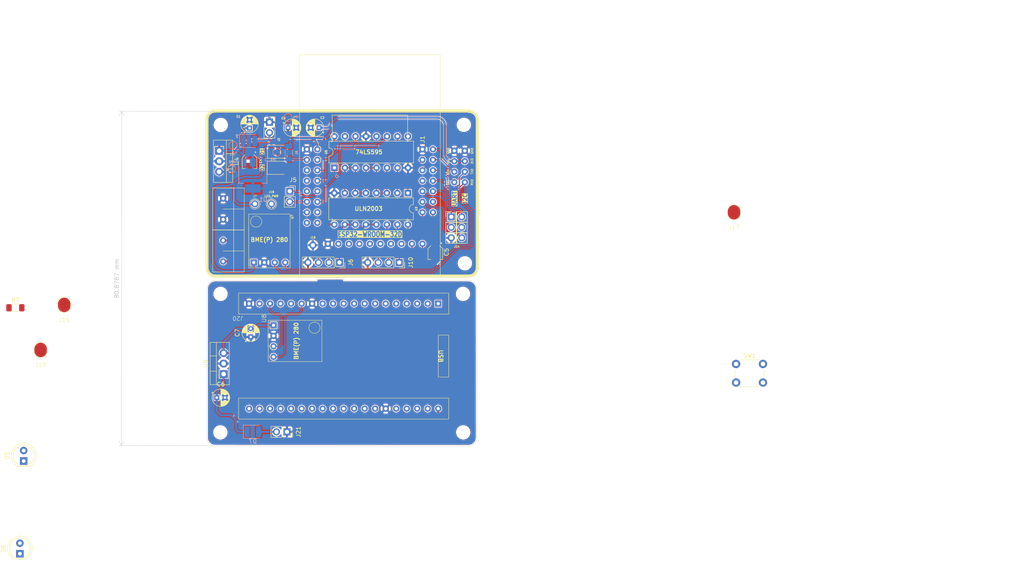
<source format=kicad_pcb>
(kicad_pcb (version 20240108) (generator "pcbnew") (generator_version "8.0")
  (layers (0 "F.Cu" signal) (31 "B.Cu" signal) (34 "B.Paste" user) (35 "F.Paste" user) (36 "B.SilkS" user "B.Silkscreen") (37 "F.SilkS" user "F.Silkscreen") (38 "B.Mask" user) (39 "F.Mask" user) (44 "Edge.Cuts" user))
  (net 0 "")
  (net 1 "GND")
  (net 2 "+3V3")
  (net 3 "+5V")
  (net 4 "/RXD")
  (net 5 "/TXD")
  (net 6 "/SDA")
  (net 7 "/OUT2")
  (net 8 "/SCL")
  (net 9 "/OUT1")
  (net 10 "/EN")
  (net 11 "/SOURCE2")
  (net 12 "/SOURCE1")
  (net 13 "/SOURCE3")
  (net 14 "/VDC")
  (net 15 "/DAC1")
  (net 16 "/DAC2")
  (net 17 "/GPIO13")
  (net 18 "/GPIO19")
  (net 19 "/GPIO17")
  (net 20 "/GPIO5")
  (net 21 "/GPIO18")
  (net 22 "/GPIO36")
  (net 23 "/ADC2_CH3")
  (net 24 "/SD_DATA1")
  (net 25 "/SD_DATA2")
  (net 26 "/SD_CLK")
  (net 27 "/SD_CMD")
  (net 28 "/SD_DATA3")
  (net 29 "/ADC2_CH0")
  (net 30 "/GPIO23")
  (net 31 "/SD_DATA0")
  (net 32 "/ADC2_CH2")
  (net 33 "/BOOT")
  (net 34 "/GPIO39")
  (net 35 "/SOURCE4")
  (net 36 "/SOURCE5")
  (net 37 "/SIPO_DATA")
  (net 38 "/SIPO_CLK")
  (net 40 "/SIPO_LATCH")
  (net 41 "/GPIO14")
  (net 43 "/I3")
  (net 44 "/I6")
  (net 45 "/I7")
  (net 46 "/I5")
  (net 47 "/OUT3")
  (net 48 "/VIN")
  (net 49 "/I1")
  (net 52 "Net-(D5-Pad1)")
  (net 53 "Net-(J15-Pin_1)")
  (net 54 "Net-(J19-Pin_1)")
  (net 55 "/GPIO_33")
  (net 88 "/SCL-2")
  (net 89 "/SDA-2")
  (footprint "Capacitor_THT:CP_Radial_D4.0mm_P2.00mm" (layer "F.Cu") (at 107 44.2 180)
    (property "Reference" "C2")
    (property "Value" "1uF")
  )
  (footprint "LED_SMD:LED_1210_3225Metric_Pad1.42x2.65mm_HandSolder" (layer "F.Cu") (at 96.9525 53.9)
    (property "Reference" "D2")
    (property "Value" "STATUS")
  )
  (footprint "Capacitor_SMD:CP_Elec_3x5.3" (layer "F.Cu") (at 90.2 52.3 -90)
    (property "Reference" "C4")
    (property "Value" "0.1uF")
  )
  (footprint "Resistor_SMD:R_1206_3216Metric_Pad1.30x1.75mm_HandSolder" (layer "F.Cu") (at 33.612 87.7585)
    (property "Reference" "R7")
    (property "Value" "4K7")
  )
  (footprint "LED_THT:LED_D5.0mm" (layer "F.Cu") (at 34.7 147.25 90)
    (property "Reference" "D6")
    (property "Value" "LED_STATUS")
  )
  (footprint "Button_Switch_THT:SW_PUSH_6mm" (layer "F.Cu") (at 207.8 101.35)
    (property "Reference" "SW1")
    (property "Value" "SW_Push")
  )
  (footprint "Alexander Footprint Library:Pad_1x01_P2.54_SMD" (layer "F.Cu") (at 39.712 102.098)
    (property "Reference" "J19")
    (property "Value" "LED_PWR")
  )
  (footprint "Alexander Footprints Library:ESP32-WROOM-Adapter-Socket-2" (layer "F.Cu") (at 119.3 57.04)
    (property "Reference" "J1")
    (property "Value" "~")
  )
  (footprint "Alexander Footprint Library:Pad_1x01_P2.54_SMD" (layer "F.Cu") (at 45.412 91.198)
    (property "Reference" "J15")
    (property "Value" "LED_PWR")
  )
  (footprint "MountingHole:MountingHole_3mm" (layer "F.Cu") (at 142 43.5)
    (property "Reference" "H1" (hide yes))
    (property "Value" "MountingHole_Pad")
  )
  (footprint "Connector_PinSocket_2.54mm:PinSocket_1x02_P2.54mm_Vertical" (layer "F.Cu") (at 99.25 117.775 -90)
    (property "Reference" "J21")
    (property "Value" "PWR")
  )
  (footprint "MountingHole:MountingHole_3mm" (layer "F.Cu") (at 83.25 43.53)
    (property "Reference" "H2" (hide yes))
    (property "Value" "MountingHole_Pad")
  )
  (footprint "Package_DIP:DIP-16_W7.62mm" (layer "F.Cu") (at 128.475 60 -90)
    (property "Reference" "U3")
    (property "Value" "ULN2003")
  )
  (footprint "Alexander Footprint Library:Conn_ESP32_WROOM-DevKit-38pins" (layer "F.Cu") (at 87.55 86.75 -90)
    (property "Reference" "J20")
    (property "Value" "~")
  )
  (footprint "Alexander Footprints Library:Conn_Terminal_5mm" (layer "F.Cu") (at 83.82 53.69)
    (property "Reference" "J9" (hide yes))
    (property "Value" "Conn_01x02_Socket")
  )
  (footprint "Alexander Footprint Library:Pad_1x01_P2.54_SMD" (layer "F.Cu") (at 207.3 68.7895)
    (property "Reference" "J17")
    (property "Value" "GND")
  )
  (footprint "MountingHole:MountingHole_3mm" (layer "F.Cu") (at 141.85 117.9)
    (property "Reference" "H4" (hide yes))
    (property "Value" "MountingHole_Pad")
  )
  (footprint "Capacitor_THT:CP_Radial_D4.0mm_P2.00mm" (layer "F.Cu") (at 90.5 94.81 90)
    (property "Reference" "C7")
    (property "Value" "1uF")
  )
  (footprint "Package_DIP:DIP-16_W7.62mm" (layer "F.Cu") (at 110.725 53.9 90)
    (property "Reference" "U5")
    (property "Value" "74LS595")
  )
  (footprint "Alexander Footprint Library:PinSocket_1x01_P2.54" (layer "F.Cu") (at 91.5 65.19)
    (property "Reference" "J7")
    (property "Value" "LED_PWR")
  )
  (footprint "Connector_PinSocket_2.54mm:PinSocket_1x02_P2.54mm_Vertical" (layer "F.Cu") (at 95.025 42.85)
    (property "Reference" "J2")
    (property "Value" "PWR")
  )
  (footprint "Connector_PinSocket_2.54mm:PinSocket_1x04_P2.54mm_Vertical" (layer "F.Cu") (at 111.94 76.8 -90)
    (property "Reference" "J6")
    (property "Value" "SOURCE")
  )
  (footprint "MountingHole:MountingHole_3mm" (layer "F.Cu") (at 83.15 117.9)
    (property "Reference" "H4" (hide yes))
    (property "Value" "MountingHole_Pad")
  )
  (footprint "Connector_PinSocket_2.54mm:PinSocket_1x04_P2.54mm_Vertical" (layer "F.Cu") (at 126.38 76.8 -90)
    (property "Reference" "J10")
    (property "Value" "ADC")
  )
  (footprint "Capacitor_SMD:CP_Elec_3x5.3" (layer "F.Cu") (at 135.1 74.3 -90)
    (property "Reference" "C5")
    (property "Value" "0.1uF")
  )
  (footprint "MountingHole:MountingHole_3mm" (layer "F.Cu") (at 141.8 84.4)
    (property "Reference" "H4" (hide yes))
    (property "Value" "MountingHole_Pad")
  )
  (footprint "Capacitor_THT:CP_Radial_D4.0mm_P2.00mm" (layer "F.Cu") (at 99.5 44.2)
    (property "Reference" "C3")
    (property "Value" "1uF")
  )
  (footprint "Alexander Footprint Library:LD1117" (layer "F.Cu") (at 83.945 103.79 90)
    (property "Reference" "U9")
    (property "Value" "L7805")
  )
  (footprint "Alexander Footprint Library:PinSocket_1x01_P2.54" (layer "F.Cu") (at 95.5 65.19)
    (property "Reference" "J18")
    (property "Value" "LED_PWR")
  )
  (footprint "Capacitor_THT:CP_Radial_D4.0mm_P2.00mm" (layer "F.Cu") (at 82.277401 109.5)
    (property "Reference" "C6")
    (property "Value" "1uF")
  )
  (footprint "MountingHole:MountingHole_3mm" (layer "F.Cu") (at 83.2 84.4)
    (property "Reference" "H4" (hide yes))
    (property "Value" "MountingHole_Pad")
  )
  (footprint "Connector_PinSocket_2.54mm:PinSocket_1x02_P2.54mm_Vertical" (layer "F.Cu") (at 99.925 59.55)
    (property "Reference" "J5")
    (property "Value" "DAC")
  )
  (footprint "Alexander Footprint Library:CONN_2x3" (layer "F.Cu") (at 138.96 60.68)
    (property "Reference" "J14")
    (property "Value" "GPIO")
  )
  (footprint "Alexander Footprints Library:Conn_UART" (layer "F.Cu") (at 139.7 42.15)
    (property "Reference" "J3" (hide yes))
    (property "Value" "UART")
  )
  (footprint "Alexander Footprint Library:PinSocket_1x01_P2.54" (layer "F.Cu") (at 105.5 75.19)
    (property "Reference" "J16")
    (property "Value" "GND")
  )
  (footprint "Capacitor_THT:CP_Radial_D4.0mm_P2.00mm" (layer "F.Cu") (at 90.2 44.3 90)
    (property "Reference" "C1")
    (property "Value" "1uF")
  )
  (footprint "Alexander Footprint Library:BME280_BMP280_I2C" (layer "F.Cu") (at 90 78.1 90)
    (property "Reference" "U7")
    (property "Value" "BME(P)280")
  )
  (footprint "Alexander Footprint Library:LD1117" (layer "F.Cu") (at 82.855 49.77 -90)
    (property "Reference" "U4")
    (property "Value" "L7805")
  )
  (footprint "Alexander Footprints Library:Conn_I2C" (layer "F.Cu") (at 142.24 42.15)
    (property "Reference" "J4" (hide yes))
    (property "Value" "I2C")
  )
  (footprint "LED_THT:LED_D5.0mm" (layer "F.Cu") (at 35.612 124.8335 90)
    (property "Reference" "D5")
    (property "Value" "LED_PWR")
  )
  (footprint "Alexander Footprint Library:BME280_BMP280_I2C" (layer "F.Cu") (at 94.7 90.78)
    (property "Reference" "U8")
    (property "Value" "BME(P)280")
  )
  (footprint "LED_SMD:LED_1210_3225Metric_Pad1.42x2.65mm_HandSolder" (layer "F.Cu") (at 97 50)
    (property "Reference" "D1")
    (property "Value" "PWR")
  )
  (footprint "MountingHole:MountingHole_3mm" (layer "F.Cu") (at 142.25 77)
    (property "Reference" "H4" (hide yes))
    (property "Value" "MountingHole_Pad")
  )
  (footprint "Alexander Footprints Library:Conn_Terminal_5mm" (layer "F.Cu") (at 83.82 63.85)
    (property "Reference" "J8" (hide yes))
    (property "Value" "Conn_01x02_Socket")
  )
  (footprint "TestPoint:TestPoint_Pad_D1.5mm" (layer "B.Cu") (at 99.5 41.75 180)
    (property "Reference" "TP4")
    (property "Value" "5V")
  )
  (footprint "TestPoint:TestPoint_Pad_D1.5mm" (layer "B.Cu") (at 96.8 50.15 180)
    (property "Reference" "TP3")
    (property "Value" "3V3")
  )
  (footprint "Diode_SMD:D_1210_3225Metric" (layer "B.Cu") (at 91 117.75)
    (property "Reference" "D7")
    (property "Value" "D")
  )
  (footprint "Resistor_SMD:R_1206_3216Metric_Pad1.30x1.75mm_HandSolder" (layer "B.Cu") (at 99.7 50.25 -90)
    (property "Reference" "R1")
    (property "Value" "10K")
  )
  (footprint "Diode_SMD:D_1210_3225Metric" (layer "B.Cu") (at 90.1 47.4)
    (property "Reference" "D4")
    (property "Value" "D")
  )
  (footprint "TestPoint:TestPoint_Pad_D1.5mm" (layer "B.Cu") (at 86.2 48.45 180)
    (property "Reference" "TP1")
    (property "Value" "VIN")
  )
  (footprint "TestPoint:TestPoint_Pad_D1.5mm" (layer "B.Cu") (at 85.9 54.15 180)
    (property "Reference" "TP2")
    (property "Value" "GND")
  )
  (footprint "Package_TO_SOT_SMD:SOT-223-3_TabPin2" (layer "B.Cu") (at 91 55.75 -90)
    (property "Reference" "U1")
    (property "Value" "MAX1726EUK33")
  )
  (gr_line (start 145.25 42.11421) (end 145.25 78.085782) (stroke (width 0.75)) (layer "F.SilkS"))
  (gr_line (start 81.914218 40.164218) (end 143.08579 40.164218) (stroke (width 0.75)) (layer "F.SilkS"))
  (gr_arc (start 145.25 78.085782) (mid 144.66422 79.500007) (end 143.25 80.085782) (stroke (width 0.75)) (layer "F.SilkS"))
  (gr_line (start 79.914218 42.11421) (end 79.914218 78.085782) (stroke (width 0.75)) (layer "F.SilkS"))
  (gr_arc (start 81.914218 80.085782) (mid 80.499999 79.500001) (end 79.914218 78.085782) (stroke (width 0.75)) (layer "F.SilkS"))
  (gr_arc (start 143.25 40.25) (mid 144.664214 40.835786) (end 145.25 42.25) (stroke (width 0.75)) (layer "F.SilkS"))
  (gr_arc (start 79.914218 42.164218) (mid 80.499999 40.749999) (end 81.914218 40.164218) (stroke (width 0.75)) (layer "F.SilkS"))
  (gr_line (start 81.914214 80.085782) (end 143.085786 80.085782) (stroke (width 0.75)) (layer "F.SilkS"))
  (gr_line (start 82.014214 80.235786) (end 106.4 80.25) (stroke (width 0.1)) (layer "Edge.Cuts"))
  (gr_line (start 80 42.25) (end 80.014214 78.235786) (stroke (width 0.1)) (layer "Edge.Cuts"))
  (gr_arc (start 79.921321 83.157107) (mid 80.507106 81.742896) (end 81.921321 81.157107) (stroke (width 0.1)) (layer "Edge.Cuts"))
  (gr_line (start 81.921321 121.128679) (end 143.107107 121.142893) (stroke (width 0.1)) (layer "Edge.Cuts"))
  (gr_arc (start 81.921321 121.128679) (mid 80.507101 120.542899) (end 79.921321 119.128679) (stroke (width 0.1)) (layer "Edge.Cuts"))
  (gr_line (start 143.092893 81.157107) (end 113 81.15) (stroke (width 0.1)) (layer "Edge.Cuts"))
  (gr_arc (start 145.107107 119.142893) (mid 144.521321 120.557107) (end 143.107107 121.142893) (stroke (width 0.1)) (layer "Edge.Cuts"))
  (gr_line (start 106.4 81.15) (end 81.921321 81.157107) (stroke (width 0.1)) (layer "Edge.Cuts"))
  (gr_arc (start 143.185786 40.264214) (mid 144.600004 40.849996) (end 145.185786 42.264214) (stroke (width 0.1)) (layer "Edge.Cuts"))
  (gr_line (start 113 80.25) (end 143.185786 80.235786) (stroke (width 0.1)) (layer "Edge.Cuts"))
  (gr_arc (start 82.014214 80.235786) (mid 80.599996 79.650004) (end 80.014214 78.235786) (stroke (width 0.1)) (layer "Edge.Cuts"))
  (gr_line (start 145.185786 42.264214) (end 145.185786 78.235786) (stroke (width 0.1)) (layer "Edge.Cuts"))
  (gr_arc (start 80 42.25) (mid 80.585786 40.835786) (end 82 40.25) (stroke (width 0.1)) (layer "Edge.Cuts"))
  (gr_line (start 145.107107 119.142893) (end 145.092893 83.157107) (stroke (width 0.1)) (layer "Edge.Cuts"))
  (gr_line (start 79.921321 119.128679) (end 79.921321 83.157107) (stroke (width 0.1)) (layer "Edge.Cuts"))
  (gr_line (start 106.4 81.15) (end 106.4 80.25) (stroke (width 0.1)) (layer "Edge.Cuts"))
  (gr_arc (start 145.185786 78.235786) (mid 144.600004 79.650004) (end 143.185786 80.235786) (stroke (width 0.1)) (layer "Edge.Cuts"))
  (gr_arc (start 143.092893 81.157107) (mid 144.507112 81.742888) (end 145.092893 83.157107) (stroke (width 0.1)) (layer "Edge.Cuts"))
  (gr_line (start 113 81.15) (end 113 80.25) (stroke (width 0.1)) (layer "Edge.Cuts"))
  (gr_line (start 143.185786 40.264214) (end 82 40.25) (stroke (width 0.1)) (layer "Edge.Cuts"))
  (gr_text "74LS595" (at 119.057143 50.1 0) (layer "F.SilkS") (effects (font (size 1 1) (thickness 0.2) (bold yes))))
  (gr_text "ULN2003" (at 115.5 64.374 0) (layer "F.SilkS") (effects (font (size 1 1) (thickness 0.2) (bold yes)) (justify left bottom)))
  (dimension (type aligned) (layer "Edge.Cuts") (pts (xy 81.921321 121.128679) (xy 82 40.25)) (height -22.6907) (gr_text "80.8787 mm" (at 58.119973 80.666146 89.94426182) (layer "Edge.Cuts") (effects (font (size 1 1) (thickness 0.15)))) (format (prefix "") (suffix "") (units 3) (units_format 1) (precision 4)) (style (thickness 0.1) (arrow_length 1.27) (text_position_mode 0) (extension_height 0.58642) (extension_offset 0.5) keep_text_aligned))
  (segment (start 84.21 66) (end 83.82 66.39) (width 0.5) (layer "F.Cu") (net 1))
  (segment (start 101.5 48.103553) (end 101.5 49.573223) (width 0.25) (layer "F.Cu") (net 2))
  (segment (start 105.575735 47.25) (end 102.353553 47.25) (width 0.25) (layer "F.Cu") (net 2))
  (segment (start 106.6 48.274264) (end 106.6 49.42) (width 0.25) (layer "F.Cu") (net 2))
  (segment (start 138.021593 51.871593) (end 137.93 51.78) (width 0.5) (layer "F.Cu") (net 2))
  (segment (start 108.946446 44.2) (end 107 44.2) (width 0.5) (layer "F.Cu") (net 2))
  (segment (start 109.8 43.346446) (end 109.8 43.15) (width 0.5) (layer "F.Cu") (net 2))
  (segment (start 137.4 50.500466) (end 137.4 43.627817) (width 0.5) (layer "F.Cu") (net 2))
  (segment (start 101.073223 50) (end 98.4875 50) (width 0.25) (layer "F.Cu") (net 2))
  (segment (start 139.08 52.31) (end 139.7 52.31) (width 0.5) (layer "F.Cu") (net 2))
  (segment (start 110.188908 42.211091) (end 110.225 42.175) (width 0.5) (layer "F.Cu") (net 2))
  (segment (start 135.522182 41.75) (end 111.25104 41.75) (width 0.5) (layer "F.Cu") (net 2))
  (arc (start 106.3 47.55) (mid 105.967704 47.327967) (end 105.575735 47.25) (width 0.25) (layer "F.Cu") (net 2))
  (arc (start 101.5 49.573223) (mid 101.467513 49.736543) (end 101.375 49.875) (width 0.25) (layer "F.Cu") (net 2))
  (arc (start 111.25104 41.75) (mid 110.695751 41.860453) (end 110.225 42.175) (width 0.5) (layer "F.Cu") (net 2))
  (arc (start 110.188908 42.211091) (mid 109.901073 42.641866) (end 109.8 43.15) (width 0.5) (layer "F.Cu") (net 2))
  (arc (start 138.021593 51.871593) (mid 138.507194 52.196061) (end 139.08 52.31) (width 0.5) (layer "F.Cu") (net 2))
  (arc (start 102.353553 47.25) (mid 102.026912 47.314972) (end 101.75 47.5) (width 0.25) (layer "F.Cu") (net 2))
  (arc (start 109.8 43.346446) (mid 109.735027 43.673087) (end 109.55 43.95) (width 0.5) (layer "F.Cu") (net 2))
  (arc (start 106.3 47.55) (mid 106.522032 47.882295) (end 106.6 48.274264) (width 0.25) (layer "F.Cu") (net 2))
  (arc (start 109.55 43.95) (mid 109.273087 44.135027) (end 108.946446 44.2) (width 0.5) (layer "F.Cu") (net 2))
  (arc (start 136.85 42.3) (mid 137.257059 42.909207) (end 137.4 43.627817) (width 0.5) (layer "F.Cu") (net 2))
  (arc (start 101.75 47.5) (mid 101.564972 47.776912) (end 101.5 48.103553) (width 0.25) (layer "F.Cu") (net 2))
  (arc (start 101.375 49.875) (mid 101.236543 49.967513) (end 101.073223 50) (width 0.25) (layer "F.Cu") (net 2))
  (arc (start 137.4 50.500466) (mid 137.537742 51.192944) (end 137.93 51.78) (width 0.5) (layer "F.Cu") (net 2))
  (arc (start 136.85 42.3) (mid 136.240792 41.89294) (end 135.522182 41.75) (width 0.5) (layer "F.Cu") (net 2))
  (segment (start 96.075 48.7) (end 97.525 48.7) (width 0.5) (layer "B.Cu") (net 2))
  (segment (start 109.408578 44.2) (end 107 44.2) (width 0.5) (layer "B.Cu") (net 2))
  (segment (start 81.3 75.997918) (end 81.3 59.75104) (width 0.5) (layer "B.Cu") (net 2))
  (segment (start 93.3 54.905025) (end 93.3 52.6) (width 0.5) (layer "B.Cu") (net 2))
  (segment (start 100 48.7) (end 100 48.03033) (width 0.5) (layer "B.Cu") (net 2))
  (segment (start 139.13 52.31) (end 139.7 52.31) (width 0.5) (layer "B.Cu") (net 2))
  (segment (start 138.156949 51.906949) (end 138.03 51.78) (width 0.5) (layer "B.Cu") (net 2))
  (segment (start 106.6 48.627817) (end 106.6 49.299791) (width 0.5) (layer "B.Cu") (net 2))
  (segment (start 84.202081 78.9) (end 89.990883 78.9) (width 0.5) (layer "B.Cu") (net 2))
  (segment (start 109.75 43.858578) (end 109.75 44.141421) (width 0.5) (layer "B.Cu") (net 2))
  (segment (start 104.722182 46.75) (end 106.277817 46.75) (width 0.5) (layer "B.Cu") (net 2))
  (segment (start 139.7 52.31) (end 142.24 52.31) (width 0.5) (layer "B.Cu") (net 2))
  (segment (start 137.5 50.500466) (end 137.5 43.883883) (width 0.5) (layer "B.Cu") (net 2))
  (segment (start 88.207106 62.75) (end 91.5 62.75) (width 0.5) (layer "B.Cu") (net 2))
  (segment (start 86.5 61.042893) (end 86.5 57.5) (width 0.5) (layer "B.Cu") (net 2))
  (segment (start 91.22 77.670883) (end 91.22 76.8) (width 0.5) (layer "B.Cu") (net 2))
  (segment (start 89.455634 56.1) (end 92.105025 56.1) (width 0.5) (layer "B.Cu") (net 2))
  (segment (start 96.075 48.7) (end 95.177817 48.7) (width 0.5) (layer "B.Cu") (net 2))
  (segment (start 104.722182 46.75) (end 101.28033 46.75) (width 0.5) (layer "B.Cu") (net 2))
  (segment (start 109.149999 46.149999) (end 109.201992 46.098007) (width 0.5) (layer "B.Cu") (net 2))
  (segment (start 96.8 49.425) (end 96.8 50.15) (width 0.25) (layer "B.Cu") (net 2))
  (segment (start 109.75 43.625) (end 109.75 43.858578) (width 0.5) (layer "B.Cu") (net 2))
  (segment (start 106.277817 46.75) (end 107.701471 46.75) (width 0.5) (layer "B.Cu") (net 2))
  (segment (start 110.015165 42.984834) (end 110.5 42.5) (width 0.5) (layer "B.Cu") (net 2))
  (segment (start 93.3 52.6) (end 93.3 50.577817) (width 0.5) (layer "B.Cu") (net 2))
  (segment (start 82.75104 58.3) (end 84.144365 58.3) (width 0.5) (layer "B.Cu") (net 2))
  (segment (start 106.685 49.335) (end 106.77 49.25) (width 0.5) (layer "B.Cu") (net 2))
  (segment (start 109.75 44.775) (end 109.75 44.141421) (width 0.5) (layer "B.Cu") (net 2))
  (segment (start 112.31066 41.75) (end 135.366116 41.75) (width 0.5) (layer "B.Cu") (net 2))
  (segment (start 100 48.7) (end 97.525 48.7) (width 0.5) (layer "B.Cu") (net 2))
  (arc (start 136.875 42.375) (mid 137.337567 43.067281) (end 137.5 43.883883) (width 0.5) (layer "B.Cu") (net 2))
  (arc (start 137.5 50.500466) (mid 137.637742 51.192944) (end 138.03 51.78) (width 0.5) (layer "B.Cu") (net 2))
  (arc (start 93.3 54.905025) (mid 93.209037 55.362322) (end 92.95 55.75) (width 0.5) (layer "B.Cu") (net 2))
  (arc (start 86.8 57.2) (mid 85.581584 58.014119) (end 84.144365 58.3) (width 0.5) (layer "B.Cu") (net 2))
  (arc (start 106.6 49.299791) (mid 106.630737 49.345793) (end 106.685 49.335) (width 0.5) (layer "B.Cu") (net 2))
  (arc (start 89.455634 56.1) (mid 88.018415 56.38588) (end 86.8 57.2) (width 0.5) (layer "B.Cu") (net 2))
  (arc (start 86.5 61.042893) (mid 86.629945 61.696174) (end 87 62.25) (width 0.5) (layer "B.Cu") (net 2))
  (arc (start 82.75104 58.3) (mid 82.195751 58.410453) (end 81.725 58.725) (width 0.5) (layer "B.Cu") (net 2))
  (arc (start 92.95 55.75) (mid 92.562322 56.009037) (end 92.105025 56.1) (width 0.5) (layer "B.Cu") (net 2))
  (arc (start 95.177817 48.7) (mid 94.459207 48.84294) (end 93.85 49.25) (width 0.5) (layer "B.Cu") (net 2))
  (arc (start 96.8 49.425) (mid 96.587652 48.912347) (end 96.075 48.7) (width 0.25) (layer "B.Cu") (net 2))
  (arc (start 82.15 78.05) (mid 83.091502 78.679092) (end 84.202081 78.9) (width 0.5) (layer "B.Cu") (net 2))
  (arc (start 110.015165 42.984834) (mid 109.818914 43.278544) (end 109.75 43.625) (width 0.5) (layer "B.Cu") (net 2))
  (arc (start 109.75 44.141421) (mid 109.713838 44.087301) (end 109.65 44.1) (width 0.5) (layer "B.Cu") (net 2))
  (arc (start 136.875 42.375) (mid 136.182718 41.912432) (end 135.366116 41.75) (width 0.5) (layer "B.Cu") (net 2))
  (arc (start 93.85 49.25) (mid 93.44294 49.859207) (end 93.3 50.577817) (width 0.5) (layer "B.Cu") (net 2))
  (arc (start 90.86 78.54) (mid 90.461245 78.806439) (end 89.990883 78.9) (width 0.5) (layer "B.Cu") (net 2))
  (arc (start 109.65 44.1) (mid 109.539234 44.17401) (end 109.408578 44.2) (width 0.5) (layer "B.Cu") (net 2))
  (arc (start 87 62.25) (mid 87.553825 62.620054) (end 88.207106 62.75) (width 0.5) (layer "B.Cu") (net 2))
  (arc (start 81.725 58.725) (mid 81.410453 59.195751) (end 81.3 59.75104) (width 0.5) (layer "B.Cu") (net 2))
  (arc (start 106.05 47.3) (mid 105.440792 46.89294) (end 104.722182 46.75) (width 0.5) (layer "B.Cu") (net 2))
  (arc (start 138.156949 51.906949) (mid 138.603388 52.20525) (end 139.13 52.31) (width 0.5) (layer "B.Cu") (net 2))
  (arc (start 101.28033 46.75) (mid 100.790368 46.847459) (end 100.375 47.125) (width 0.5) (layer "B.Cu") (net 2))
  (arc (start 106.05 47.3) (mid 106.457059 47.909207) (end 106.6 48.627817) (width 0.5) (layer "B.Cu") (net 2))
  (arc (start 106.277817 46.75) (mid 105.980159 46.948888) (end 106.05 47.3) (width 0.5) (layer "B.Cu") (net 2))
  (arc (start 91.22 77.670883) (mid 91.126439 78.141245) (end 90.86 78.54) (width 0.5) (layer "B.Cu") (net 2))
  (arc (start 109.75 44.775) (mid 109.607577 45.491006) (end 109.201992 46.098007) (width 0.5) (layer "B.Cu") (net 2))
  (arc (start 109.65 44.1) (mid 109.72401 43.989234) (end 109.75 43.858578) (width 0.5) (layer "B.Cu") (net 2))
  (arc (start 112.31066 41.75) (mid 111.330737 41.944918) (end 110.5 42.5) (width 0.5) (layer "B.Cu") (net 2))
  (arc (start 100.375 47.125) (mid 100.097459 47.540368) (end 100 48.03033) (width 0.5) (layer "B.Cu") (net 2))
  (arc (start 109.149999 46.149999) (mid 108.485409 46.594064) (end 107.701471 46.75) (width 0.5) (layer "B.Cu") (net 2))
  (arc (start 81.3 75.997918) (mid 81.520907 77.108496) (end 82.15 78.05) (width 0.5) (layer "B.Cu") (net 2))
  (segment (start 99.5 45.693413) (end 99.5 44.2) (width 0.5) (layer "F.Cu") (net 3))
  (segment (start 110.512652 48.95) (end 109.487347 48.95) (width 0.5) (layer "F.Cu") (net 3))
  (segment (start 98.6375 46.9625) (end 99.2125 46.3875) (width 0.5) (layer "F.Cu") (net 3))
  (segment (start 110.725 47.712347) (end 110.725 46.28) (width 0.5) (layer "F.Cu") (net 3))
  (segment (start 86.75 114.25) (end 88 115.5) (width 0.5) (layer "F.Cu") (net 3))
  (segment (start 125.341906 48.95) (end 110.512652 48.95) (width 0.5) (layer "F.Cu") (net 3))
  (segment (start 108.3 49.803553) (end 108.3 65.537329) (width 0.5) (layer "F.Cu") (net 3))
  (segment (start 84.648959 54.85) (end 82.855 54.85) (width 0.5) (layer "F.Cu") (net 3))
  (segment (start 108.3 49.803553) (end 108.3 49.096446) (width 0.5) (layer "F.Cu") (net 3))
  (segment (start 91.306675 47.25) (end 97.943413 47.25) (width 0.5) (layer "F.Cu") (net 3))
  (segment (start 86.1 52.15) (end 86.1 53.398959) (width 0.5) (layer "F.Cu") (net 3))
  (segment (start 83.945 98.71) (end 86.21 98.71) (width 0.5) (layer "F.Cu") (net 3))
  (segment (start 86.75 99.25) (end 86.75 114.25) (width 0.5) (layer "F.Cu") (net 3))
  (segment (start 88 115.5) (end 135 115.5) (width 0.5) (layer "F.Cu") (net 3))
  (segment (start 135 115.5) (end 135.81 114.69) (width 0.5) (layer "F.Cu") (net 3))
  (segment (start 135.81 114.69) (end 135.81 112.15) (width 0.5) (layer "F.Cu") (net 3))
  (segment (start 107.608621 46.675) (end 99.331586 46.675) (width 0.5) (layer "F.Cu") (net 3))
  (segment (start 86.21 98.71) (end 86.75 99.25) (width 0.5) (layer "F.Cu") (net 3))
  (segment (start 108.3 49.096446) (end 108.3 47.366378) (width 0.5) (layer "F.Cu") (net 3))
  (segment (start 109.104574 67.204574) (end 108.91 67.01) (width 0.5) (layer "F.Cu") (net 3))
  (segment (start 110.1075 67.62) (end 110.695 67.62) (width 0.5) (layer "F.Cu") (net 3))
  (segment (start 87.408147 48.991852) (end 87.625 48.775) (width 0.5) (layer "F.Cu") (net 3))
  (segment (start 125.965 48.326906) (end 125.965 46.28) (width 0.5) (layer "F.Cu") (net 3))
  (segment (start 109.487347 48.95) (end 109.153553 48.95) (width 0.5) (layer "F.Cu") (net 3))
  (arc (start 108.0975 46.8775) (mid 108.247371 47.101799) (end 108.3 47.366378) (width 0.5) (layer "F.Cu") (net 3))
  (arc (start 108.3 65.537329) (mid 108.458533 66.334332) (end 108.91 67.01) (width 0.5) (layer "F.Cu") (net 3))
  (arc (start 109.487347 48.95) (mid 109.960976 48.855789) (end 110.3625 48.5875) (width 0.5) (layer "F.Cu") (net 3))
  (arc (start 99.2125 46.3875) (mid 99.175992 46.571035) (end 99.331586 46.675) (width 0.5) (layer "F.Cu") (net 3))
  (arc (start 108.0975 46.8775) (mid 107.8732 46.727628) (end 107.608621 46.675) (width 0.5) (layer "F.Cu") (net 3))
  (arc (start 86.1 53.398959) (mid 85.989546 53.954248) (end 85.675 54.425) (width 0.5) (layer "F.Cu") (net 3))
  (arc (start 109.104574 67.204574) (mid 109.56472 67.512034) (end 110.1075 67.62) (width 0.5) (layer "F.Cu") (net 3))
  (arc (start 108.55 49.2) (mid 108.364972 49.476912) (end 108.3 49.803553) (width 0.5) (layer "F.Cu") (net 3))
  (arc (start 87.408147 48.991852) (mid 86.439976 50.440822) (end 86.1 52.15) (width 0.5) (layer "F.Cu") (net 3))
  (arc (start 85.675 54.425) (mid 85.204248 54.739546) (end 84.648959 54.85) (width 0.5) (layer "F.Cu") (net 3))
  (arc (start 110.3625 48.5875) (mid 110.316468 48.818914) (end 110.512652 48.95) (width 0.5) (layer "F.Cu") (net 3))
  (arc (start 98.6375 46.9625) (mid 98.31905 47.175281) (end 97.943413 47.25) (width 0.5) (layer "F.Cu") (net 3))
  (arc (start 110.725 47.712347) (mid 110.630789 48.185976) (end 110.3625 48.5875) (width 0.5) (layer "F.Cu") (net 3))
  (arc (start 108.3 49.096446) (mid 108.390403 49.231745) (end 108.55 49.2) (width 0.5) (layer "F.Cu") (net 3))
  (arc (start 91.306675 47.25) (mid 89.314166 47.646334) (end 87.625 48.775) (width 0.5) (layer "F.Cu") (net 3))
  (arc (start 109.153553 48.95) (mid 108.826912 49.014972) (end 108.55 49.2) (width 0.5) (layer "F.Cu") (net 3))
  (arc (start 99.331586 46.675) (mid 98.955949 46.749718) (end 98.6375 46.9625) (width 0.5) (layer "F.Cu") (net 3))
  (arc (start 125.7825 48.7675) (mid 125.580353 48.902569) (end 125.341906 48.95) (width 0.5) (layer "F.Cu") (net 3))
  (arc (start 99.5 45.693413) (mid 99.425281 46.06905) (end 99.2125 46.3875) (width 0.5) (layer "F.Cu") (net 3))
  (arc (start 125.965 48.326906) (mid 125.917569 48.565353) (end 125.7825 48.7675) (width 0.5) (layer "F.Cu") (net 3))
  (segment (start 90.5 92.81) (end 91.44 92.81) (width 0.5) (layer "B.Cu") (net 3))
  (segment (start 83.945 96.055) (end 83.945 98.71) (width 0.5) (layer "B.Cu") (net 3))
  (segment (start 90.5 92.81) (end 87.19 92.81) (width 0.5) (layer "B.Cu") (net 3))
  (segment (start 91.44 92.81) (end 92.25 92) (width 0.5) (layer "B.Cu") (net 3))
  (segment (start 87.19 92.81) (end 83.945 96.055) (width 0.5) (layer "B.Cu") (net 3))
  (segment (start 92.25 92) (end 96 92) (width 0.5) (layer "B.Cu") (net 3))
  (segment (start 99.5 42.25) (end 99.5 44.2) (width 0.25) (layer "B.Cu") (net 3))
  (segment (start 139.7 57.35) (end 139.7 57.39) (width 0.25) (layer "F.Cu") (net 4))
  (segment (start 133.25 53.25) (end 135.6 53.25) (width 0.25) (layer "F.Cu") (net 4))
  (segment (start 135.6 53.25) (end 139.7 57.35) (width 0.25) (layer "F.Cu") (net 4))
  (segment (start 132 54.5) (end 133.25 53.25) (width 0.25) (layer "F.Cu") (net 4))
  (segment (start 140.3 57.45) (end 139.3 57.45) (width 0.25) (layer "F.Cu") (net 4))
  (segment (start 136.61 51.96) (end 134.54 51.96) (width 0.25) (layer "F.Cu") (net 5))
  (segment (start 134.74 51.79) (end 134.62 51.91) (width 0.25) (layer "F.Cu") (net 5))
  (segment (start 139.5 54.85) (end 136.61 51.96) (width 0.25) (layer "F.Cu") (net 5))
  (segment (start 139.7 54.85) (end 139.5 54.85) (width 0.25) (layer "F.Cu") (net 5))
  (segment (start 138.59 58.55) (end 140.4 58.55) (width 0.25) (layer "F.Cu") (net 6))
  (segment (start 136.213604 54.5) (end 138 56.286396) (width 0.25) (layer "F.Cu") (net 6))
  (segment (start 138 57.96) (end 138.59 58.55) (width 0.25) (layer "F.Cu") (net 6))
  (segment (start 140.9 56.19) (end 142.24 54.85) (width 0.25) (layer "F.Cu") (net 6))
  (segment (start 140.9 58.05) (end 140.9 56.19) (width 0.25) (layer "F.Cu") (net 6))
  (segment (start 134.54 54.5) (end 136.213604 54.5) (width 0.25) (layer "F.Cu") (net 6))
  (segment (start 138 56.286396) (end 138 57.96) (width 0.25) (layer "F.Cu") (net 6))
  (segment (start 142.24 54.85) (end 142.24 55.51) (width 0.25) (layer "F.Cu") (net 6))
  (segment (start 140.4 58.55) (end 140.9 58.05) (width 0.25) (layer "F.Cu") (net 6))
  (segment (start 99.75 78.65) (end 134.55 78.65) (width 0.25) (layer "B.Cu") (net 6))
  (segment (start 141 61.9) (end 141 56.09) (width 0.25) (layer "B.Cu") (net 6))
  (segment (start 134.55 78.65) (end 140.418198 72.781802) (width 0.25) (layer "B.Cu") (net 6))
  (segment (start 143.55 64.45) (end 141 61.9) (width 0.25) (layer "B.Cu") (net 6))
  (segment (start 98.84 76.8) (end 98.84 77.74) (width 0.25) (layer "B.Cu") (net 6))
  (segment (start 143.281802 72.781802) (end 143.55 72.513604) (width 0.25) (layer "B.Cu") (net 6))
  (segment (start 143.55 72.513604) (end 143.55 64.45) (width 0.25) (layer "B.Cu") (net 6))
  (segment (start 140.418198 72.781802) (end 143.281802 72.781802) (width 0.25) (layer "B.Cu") (net 6))
  (segment (start 141 56.09) (end 142.24 54.85) (width 0.25) (layer "B.Cu") (net 6))
  (segment (start 98.84 77.74) (end 99.75 78.65) (width 0.25) (layer "B.Cu") (net 6))
  (segment (start 137.55 58.146396) (end 138.403604 59) (width 0.25) (layer "F.Cu") (net 8))
  (segment (start 131.5 55.75) (end 136.75 55.75) (width 0.25) (layer "F.Cu") (net 8))
  (segment (start 140.63 59) (end 142.24 57.39) (width 0.25) (layer "F.Cu") (net 8))
  (segment (start 136.75 55.75) (end 137.55 56.55) (width 0.25) (layer "F.Cu") (net 8))
  (segment (start 137.55 56.55) (end 137.55 58.146396) (width 0.25) (layer "F.Cu") (net 8))
  (segment (start 130.745 54.995) (end 131.5 55.75) (width 0.25) (layer "F.Cu") (net 8))
  (segment (start 130.745 53.245) (end 130.745 54.995) (width 0.25) (layer "F.Cu") (net 8))
  (segment (start 132.08 51.91) (end 130.745 53.245) (width 0.25) (layer "F.Cu") (net 8))
  (segment (start 138.403604 59) (end 140.63 59) (width 0.25) (layer "F.Cu") (net 8))
  (segment (start 134.8 79.1) (end 140.6 73.3) (width 0.25) (layer "B.Cu") (net 8))
  (segment (start 96.3 76.8) (end 96.3 77.7) (width 0.25) (layer "B.Cu") (net 8))
  (segment (start 144 72.7) (end 144 64.263604) (width 0.25) (layer "B.Cu") (net 8))
  (segment (start 96.3 77.7) (end 97.7 79.1) (width 0.25) (layer "B.Cu") (net 8))
  (segment (start 142.24 62.503604) (end 142.24 57.39) (width 0.25) (layer "B.Cu") (net 8))
  (segment (start 144 64.263604) (end 142.24 62.503604) (width 0.25) (layer "B.Cu") (net 8))
  (segment (start 143.4 73.3) (end 144 72.7) (width 0.25) (layer "B.Cu") (net 8))
  (segment (start 140.6 73.3) (end 143.4 73.3) (width 0.25) (layer "B.Cu") (net 8))
  (segment (start 97.7 79.1) (end 134.8 79.1) (width 0.25) (layer "B.Cu") (net 8))
  (segment (start 93.21 51.96) (end 92.05 50.8) (width 0.25) (layer "F.Cu") (net 10))
  (segment (start 104.06 51.96) (end 93.21 51.96) (width 0.25) (layer "F.Cu") (net 10))
  (segment (start 92.05 50.8) (end 90.2 50.8) (width 0.25) (layer "F.Cu") (net 10))
  (segment (start 103.72 52.3) (end 104.06 51.96) (width 0.25) (layer "F.Cu") (net 10))
  (segment (start 100 51.8) (end 103.9 51.8) (width 0.25) (layer "B.Cu") (net 10))
  (segment (start 103.9 51.8) (end 104.06 51.96) (width 0.25) (layer "B.Cu") (net 10))
  (segment (start 113.235 67.62) (end 115.775 67.62) (width 0.5) (layer "F.Cu") (net 11))
  (segment (start 99 73.1) (end 102.7 69.4) (width 0.5) (layer "F.Cu") (net 11))
  (segment (start 86.37 71.47) (end 88 73.1) (width 0.5) (layer "F.Cu") (net 11))
  (segment (start 102.7 69.4) (end 111.455 69.4) (width 0.5) (layer "F.Cu") (net 11))
  (segment (start 88 73.1) (end 99 73.1) (width 0.5) (layer "F.Cu") (net 11))
  (segment (start 83.82 71.47) (end 86.37 71.47) (width 0.5) (layer "F.Cu") (net 11))
  (segment (start 111.455 69.4) (end 113.235 67.62) (width 0.5) (layer "F.Cu") (net 11))
  (segment (start 86.275 76.55) (end 88.075 74.75) (width 0.5) (layer "F.Cu") (net 12))
  (segment (start 104.4 70.1) (end 115.835 70.1) (width 0.5) (layer "F.Cu") (net 12))
  (segment (start 99.75 74.75) (end 104.4 70.1) (width 0.5) (layer "F.Cu") (net 12))
  (segment (start 118.315 67.62) (end 120.855 67.62) (width 0.5) (layer "F.Cu") (net 12))
  (segment (start 83.82 76.55) (end 86.275 76.55) (width 0.5) (layer "F.Cu") (net 12))
  (segment (start 115.835 70.1) (end 118.315 67.62) (width 0.5) (layer "F.Cu") (net 12))
  (segment (start 88.075 74.75) (end 99.75 74.75) (width 0.5) (layer "F.Cu") (net 12))
  (segment (start 128.475 67.62) (end 128.475 68.825) (width 0.25) (layer "F.Cu") (net 13))
  (segment (start 125.7 72.8) (end 124.55 73.95) (width 0.25) (layer "F.Cu") (net 13))
  (segment (start 111.94 75.26) (end 111.94 76.8) (width 0.25) (layer "F.Cu") (net 13))
  (segment (start 124.55 73.95) (end 118.622792 73.95) (width 0.25) (layer "F.Cu") (net 13))
  (segment (start 128.475 68.825) (end 125.7 71.6) (width 0.25) (layer "F.Cu") (net 13))
  (segment (start 125.7 71.6) (end 125.7 72.8) (width 0.25) (layer "F.Cu") (net 13))
  (segment (start 117.872792 74.7) (end 112.5 74.7) (width 0.25) (layer "F.Cu") (net 13))
  (segment (start 112.5 74.7) (end 111.94 75.26) (width 0.25) (layer "F.Cu") (net 13))
  (segment (start 118.622792 73.95) (end 117.872792 74.7) (width 0.25) (layer "F.Cu") (net 13))
  (segment (start 96.71 117.775) (end 92.425 117.775) (width 0.5) (layer "B.Cu") (net 14))
  (segment (start 92.425 117.775) (end 92.4 117.75) (width 0.5) (layer "B.Cu") (net 14))
  (segment (start 95.025 46.674479) (end 95.025 45.39) (width 0.5) (layer "B.Cu") (net 14))
  (segment (start 94.299479 47.4) (end 91.5 47.4) (width 0.5) (layer "B.Cu") (net 14))
  (arc (start 95.025 46.674479) (mid 94.969773 46.952124) (end 94.8125 47.1875) (width 0.5) (layer "B.Cu") (net 14))
  (arc (start 94.8125 47.1875) (mid 94.577124 47.344773) (end 94.299479 47.4) (width 0.5) (layer "B.Cu") (net 14))
  (segment (start 105.38 60.8) (end 103.1 60.8) (width 0.25) (layer "B.Cu") (net 15))
  (segment (start 106.6 59.58) (end 105.38 60.8) (width 0.25) (layer "B.Cu") (net 15))
  (segment (start 103.1 60.8) (end 101.85 59.55) (width 0.25) (layer "B.Cu") (net 15))
  (segment (start 101.85 59.55) (end 99.925 59.55) (width 0.25) (layer "B.Cu") (net 15))
  (segment (start 104.06 62.12) (end 99.955 62.12) (width 0.25) (layer "B.Cu") (net 16))
  (segment (start 104.03 62.09) (end 104.06 62.12) (width 0.25) (layer "B.Cu") (net 16))
  (segment (start 99.955 62.12) (end 99.925 62.09) (width 0.25) (layer "B.Cu") (net 16))
  (segment (start 138.5 63.1) (end 138.5 61.727208) (width 0.25) (layer "B.Cu") (net 18))
  (segment (start 137.5 60.727208) (end 137.5 57.8) (width 0.25) (layer "B.Cu") (net 18))
  (segment (start 138.5 61.727208) (end 137.5 60.727208) (width 0.25) (layer "B.Cu") (net 18))
  (segment (start 140.2 67) (end 140.2 64.8) (width 0.25) (layer "B.Cu") (net 18))
  (segment (start 141.5 68.3) (end 140.2 67) (width 0.25) (layer "B.Cu") (net 18))
  (segment (start 136.69 56.99) (end 134.62 56.99) (width 0.25) (layer "B.Cu") (net 18))
  (segment (start 140.2 64.8) (end 138.5 63.1) (width 0.25) (layer "B.Cu") (net 18))
  (segment (start 137.5 57.8) (end 136.69 56.99) (width 0.25) (layer "B.Cu") (net 18))
  (segment (start 141.5 70.84) (end 140.16 69.5) (width 0.25) (layer "B.Cu") (net 19))
  (segment (start 137.7 69.5) (end 137.1 68.9) (width 0.25) (layer "B.Cu") (net 19))
  (segment (start 140.16 69.5) (end 137.7 69.5) (width 0.25) (layer "B.Cu") (net 19))
  (segment (start 137.1 68.9) (end 137.1 63.84) (width 0.25) (layer "B.Cu") (net 19))
  (segment (start 133.41 63.4) (end 132.08 62.07) (width 0.25) (layer "B.Cu") (net 19))
  (segment (start 137.1 63.84) (end 136.66 63.4) (width 0.25) (layer "B.Cu") (net 19))
  (segment (start 136.66 63.4) (end 133.41 63.4) (width 0.25) (layer "B.Cu") (net 19))
  (segment (start 138.05 61.913604) (end 137.05 60.913604) (width 0.25) (layer "B.Cu") (net 20))
  (segment (start 137.05 60.913604) (end 137.05 59.95) (width 0.25) (layer "B.Cu") (net 20))
  (segment (start 136.63 59.53) (end 134.62 59.53) (width 0.25) (layer "B.Cu") (net 20))
  (segment (start 138.96 65.76) (end 138.96 64.196396) (width 0.25) (layer "B.Cu") (net 20))
  (segment (start 138.96 64.196396) (end 138.05 63.286396) (width 0.25) (layer "B.Cu") (net 20))
  (segment (start 138.05 63.286396) (end 138.05 61.913604) (width 0.25) (layer "B.Cu") (net 20))
  (segment (start 137.05 59.95) (end 136.63 59.53) (width 0.25) (layer "B.Cu") (net 20))
  (segment (start 138.96 68.3) (end 137.6 66.94) (width 0.25) (layer "B.Cu") (net 21))
  (segment (start 136.3 60.8) (end 133.35 60.8) (width 0.25) (layer "B.Cu") (net 21))
  (segment (start 137.6 66.94) (end 137.6 62.1) (width 0.25) (layer "B.Cu") (net 21))
  (segment (start 137.6 62.1) (end 136.3 60.8) (width 0.25) (layer "B.Cu") (net 21))
  (segment (start 133.35 60.8) (end 132.08 59.53) (width 0.25) (layer "B.Cu") (net 21))
  (segment (start 128.85 74.05) (end 129.46 73.44) (width 0.25) (layer "F.Cu") (net 23))
  (segment (start 125.722792 74.05) (end 128.85 74.05) (width 0.25) (layer "F.Cu") (net 23))
  (segment (start 129.46 73.44) (end 129.46 72.28) (width 0.25) (layer "F.Cu") (net 23))
  (segment (start 123.84 76.8) (end 123.84 75.56) (width 0.25) (layer "F.Cu") (net 23))
  (segment (start 123.84 75.56) (end 124.55 74.85) (width 0.25) (layer "F.Cu") (net 23))
  (segment (start 124.922792 74.85) (end 125.722792 74.05) (width 0.25) (layer "F.Cu") (net 23))
  (segment (start 124.55 74.85) (end 124.922792 74.85) (width 0.25) (layer "F.Cu") (net 23))
  (segment (start 121.3 75.2) (end 122.1 74.4) (width 0.25) (layer "F.Cu") (net 29))
  (segment (start 124.736396 74.4) (end 125.536396 73.6) (width 0.25) (layer "F.Cu") (net 29))
  (segment (start 125.536396 73.6) (end 127.5 73.6) (width 0.25) (layer "F.Cu") (net 29))
  (segment (start 132 67.2) (end 132 64.66) (width 0.25) (layer "F.Cu") (net 29))
  (segment (start 127.5 73.6) (end 128.2 72.9) (width 0.25) (layer "F.Cu") (net 29))
  (segment (start 128.2 71) (end 132 67.2) (width 0.25) (layer "F.Cu") (net 29))
  (segment (start 122.1 74.4) (end 124.736396 74.4) (width 0.25) (layer "F.Cu") (net 29))
  (segment (start 128.2 72.9) (end 128.2 71) (width 0.25) (layer "F.Cu") (net 29))
  (segment (start 121.3 76.8) (end 121.3 75.2) (width 0.25) (layer "F.Cu") (net 29))
  (segment (start 138.95 61.540812) (end 137.95 60.540812) (width 0.25) (layer "B.Cu") (net 30))
  (segment (start 136.4 51.7) (end 136.4 49.9) (width 0.25) (layer "B.Cu") (net 30))
  (segment (start 135.92 49.42) (end 134.54 49.42) (width 0.25) (layer "B.Cu") (net 30))
  (segment (start 138.95 62.913604) (end 138.95 61.540812) (width 0.25) (layer "B.Cu") (net 30))
  (segment (start 135.1 49.85) (end 134.62 49.37) (width 0.25) (layer "B.Cu") (net 30))
  (segment (start 137.95 60.540812) (end 137.95 53.25) (width 0.25) (layer "B.Cu") (net 30))
  (segment (start 141.1 63.9) (end 139.936396 63.9) (width 0.25) (layer "B.Cu") (net 30))
  (segment (start 141.5 64.3) (end 141.1 63.9) (width 0.25) (layer "B.Cu") (net 30))
  (segment (start 141.5 65.76) (end 141.5 64.3) (width 0.25) (layer "B.Cu") (net 30))
  (segment (start 137.95 53.25) (end 136.4 51.7) (width 0.25) (layer "B.Cu") (net 30))
  (segment (start 139.936396 63.9) (end 138.95 62.913604) (width 0.25) (layer "B.Cu") (net 30))
  (segment (start 136.4 49.9) (end 135.92 49.42) (width 0.25) (layer "B.Cu") (net 30))
  (segment (start 126.38 75.12) (end 127 74.5) (width 0.25) (layer "F.Cu") (net 32))
  (segment (start 132 73.9) (end 132 72.28) (width 0.25) (layer "F.Cu") (net 32))
  (segment (start 127 74.5) (end 131.4 74.5) (width 0.25) (layer "F.Cu") (net 32))
  (segment (start 131.4 74.5) (end 132 73.9) (width 0.25) (layer "F.Cu") (net 32))
  (segment (start 126.38 76.8) (end 126.38 75.12) (width 0.25) (layer "F.Cu") (net 32))
  (segment (start 134.77 64.89) (end 134.54 64.66) (width 0.25) (layer "F.Cu") (net 33))
  (segment (start 134.54 65.84) (end 135.1 66.4) (width 0.25) (layer "F.Cu") (net 33))
  (segment (start 135.1 66.4) (end 135.1 72.8) (width 0.25) (layer "F.Cu") (net 33))
  (segment (start 134.5 64.7) (end 134.54 64.66) (width 0.25) (layer "F.Cu") (net 33))
  (segment (start 134.54 64.66) (end 134.54 65.84) (width 0.25) (layer "F.Cu") (net 33))
  (segment (start 125.935 67.62) (end 125.935 68.865) (width 0.25) (layer "F.Cu") (net 35))
  (segment (start 117.686396 74.25) (end 110.25 74.25) (width 0.25) (layer "F.Cu") (net 35))
  (segment (start 118.436396 73.5) (end 117.686396 74.25) (width 0.25) (layer "F.Cu") (net 35))
  (segment (start 109.4 75.1) (end 109.4 76.8) (width 0.25) (layer "F.Cu") (net 35))
  (segment (start 125.935 68.865) (end 123.2 71.6) (width 0.25) (layer "F.Cu") (net 35))
  (segment (start 123.2 72.7) (end 122.4 73.5) (width 0.25) (layer "F.Cu") (net 35))
  (segment (start 123.2 71.6) (end 123.2 72.7) (width 0.25) (layer "F.Cu") (net 35))
  (segment (start 122.4 73.5) (end 118.436396 73.5) (width 0.25) (layer "F.Cu") (net 35))
  (segment (start 110.25 74.25) (end 109.4 75.1) (width 0.25) (layer "F.Cu") (net 35))
  (segment (start 123.395 69.405) (end 121.9 70.9) (width 0.25) (layer "F.Cu") (net 36))
  (segment (start 118.1 73.2) (end 117.5 73.8) (width 0.25) (layer "F.Cu") (net 36))
  (segment (start 106.86 74.84) (end 106.86 76.8) (width 0.25) (layer "F.Cu") (net 36))
  (segment (start 121.9 70.9) (end 118.7 70.9) (width 0.25) (layer "F.Cu") (net 36))
  (segment (start 118.1 71.5) (end 118.1 73.2) (width 0.25) (layer "F.Cu") (net 36))
  (segment (start 123.395 67.62) (end 123.395 69.405) (width 0.25) (layer "F.Cu") (net 36))
  (segment (start 107.9 73.8) (end 106.86 74.84) (width 0.25) (layer "F.Cu") (net 36))
  (segment (start 118.7 70.9) (end 118.1 71.5) (width 0.25) (layer "F.Cu") (net 36))
  (segment (start 117.5 73.8) (end 107.9 73.8) (width 0.25) (layer "F.Cu") (net 36))
  (segment (start 108.2 52.25) (end 112.25 48.2) (width 0.25) (layer "B.Cu") (net 37))
  (segment (start 108.2 54.25) (end 108.2 52.25) (width 0.25) (layer "B.Cu") (net 37))
  (segment (start 115.1 48.2) (end 115.805 47.495) (width 0.25) (layer "B.Cu") (net 37))
  (segment (start 106.6 54.5) (end 107.95 54.5) (width 0.25) (layer "B.Cu") (net 37))
  (segment (start 112.25 48.2) (end 115.1 48.2) (width 0.25) (layer "B.Cu") (net 37))
  (segment (start 115.805 47.495) (end 115.805 46.28) (width 0.25) (layer "B.Cu") (net 37))
  (segment (start 107.95 54.5) (end 108.2 54.25) (width 0.25) (layer "B.Cu") (net 37))
  (segment (start 108.23 62.12) (end 108.5 61.85) (width 0.25) (layer "B.Cu") (net 38))
  (segment (start 108.5 61.85) (end 108.5 58.75) (width 0.25) (layer "B.Cu") (net 38))
  (segment (start 112 55.25) (end 112 49.75) (width 0.25) (layer "B.Cu") (net 38))
  (segment (start 121.005 48.7) (end 123.425 46.28) (width 0.25) (layer "B.Cu") (net 38))
  (segment (start 108.5 58.75) (end 112 55.25) (width 0.25) (layer "B.Cu") (net 38))
  (segment (start 115.886396 48.7) (end 121.005 48.7) (width 0.25) (layer "B.Cu") (net 38))
  (segment (start 115.386396 49.2) (end 115.886396 48.7) (width 0.25) (layer "B.Cu") (net 38))
  (segment (start 106.6 62.12) (end 108.23 62.12) (width 0.25) (layer "B.Cu") (net 38))
  (segment (start 112 49.75) (end 112.55 49.2) (width 0.25) (layer "B.Cu") (net 38))
  (segment (start 112.55 49.2) (end 115.386396 49.2) (width 0.25) (layer "B.Cu") (net 38))
  (segment (start 115.7 48.25) (end 120.5 48.25) (width 0.25) (layer "B.Cu") (net 40))
  (segment (start 120.5 48.25) (end 120.885 47.865) (width 0.25) (layer "B.Cu") (net 40))
  (segment (start 108.7 52.413604) (end 112.363604 48.75) (width 0.25) (layer "B.Cu") (net 40))
  (segment (start 120.885 47.865) (end 120.885 46.28) (width 0.25) (layer "B.Cu") (net 40))
  (segment (start 112.363604 48.75) (end 115.2 48.75) (width 0.25) (layer "B.Cu") (net 40))
  (segment (start 108.7 56.45) (end 108.7 52.413604) (width 0.25) (layer "B.Cu") (net 40))
  (segment (start 115.2 48.75) (end 115.7 48.25) (width 0.25) (layer "B.Cu") (net 40))
  (segment (start 108.11 57.04) (end 108.7 56.45) (width 0.25) (layer "B.Cu") (net 40))
  (segment (start 106.6 57.04) (end 108.11 57.04) (width 0.25) (layer "B.Cu") (net 40))
  (segment (start 104.06 64.66) (end 103.2 64.66) (width 0.25) (layer "F.Cu") (net 41))
  (segment (start 102.4 54.35) (end 102.4 63.95) (width 0.25) (layer "F.Cu") (net 41))
  (segment (start 103.11 64.66) (end 102.4 63.95) (width 0.25) (layer "F.Cu") (net 41))
  (segment (start 98.44 53.9) (end 101.95 53.9) (width 0.25) (layer "F.Cu") (net 41))
  (segment (start 95.5 62.75) (end 95.5 64.15) (width 0.25) (layer "F.Cu") (net 41))
  (segment (start 101.95 53.9) (end 102.4 54.35) (width 0.25) (layer "F.Cu") (net 41))
  (segment (start 103.2 64.66) (end 103.11 64.66) (width 0.25) (layer "F.Cu") (net 41))
  (segment (start 96.01 64.66) (end 103.2 64.66) (width 0.25) (layer "F.Cu") (net 41))
  (segment (start 95.5 64.15) (end 96.01 64.66) (width 0.25) (layer "F.Cu") (net 41))
  (segment (start 123.425 55.725) (end 125.935 58.235) (width 0.25) (layer "F.Cu") (net 43))
  (segment (start 123.425 53.9) (end 123.425 55.725) (width 0.25) (layer "F.Cu") (net 43))
  (segment (start 125.935 58.235) (end 125.935 60) (width 0.25) (layer "F.Cu") (net 43))
  (segment (start 128.475 58.275) (end 128.475 60) (width 0.25) (layer "F.Cu") (net 44))
  (segment (start 125.965 53.9) (end 125.965 55.765) (width 0.25) (layer "F.Cu") (net 44))
  (segment (start 125.965 55.765) (end 128.475 58.275) (width 0.25) (layer "F.Cu") (net 44))
  (segment (start 113.265 55.665) (end 115.775 58.175) (width 0.25) (layer "F.Cu") (net 45))
  (segment (start 115.775 58.175) (end 115.775 60) (width 0.25) (layer "F.Cu") (net 45))
  (segment (start 115.805 55.405) (end 118.315 57.915) (width 0.25) (layer "F.Cu") (net 45))
  (segment (start 118.315 57.915) (end 118.315 60) (width 0.25) (layer "F.Cu") (net 45))
  (segment (start 113.265 53.9) (end 113.265 55.665) (width 0.25) (layer "F.Cu") (net 45))
  (segment (start 115.805 53.9) (end 115.805 55.405) (width 0.25) (layer "F.Cu") (net 45))
  (segment (start 115.775 60) (end 118.315 60) (width 0.25) (layer "B.Cu") (net 45))
  (segment (start 113.265 53.9) (end 115.805 53.9) (width 0.25) (layer "B.Cu") (net 45))
  (segment (start 123.395 58.095) (end 123.395 60) (width 0.25) (layer "F.Cu") (net 46))
  (segment (start 120.885 53.9) (end 120.885 55.585) (width 0.25) (layer "F.Cu") (net 46))
  (segment (start 118.345 53.9) (end 118.345 55.845) (width 0.25) (layer "F.Cu") (net 46))
  (segment (start 120.885 55.585) (end 123.395 58.095) (width 0.25) (layer "F.Cu") (net 46))
  (segment (start 120.855 58.355) (end 120.855 60) (width 0.25) (layer "F.Cu") (net 46))
  (segment (start 118.345 55.845) (end 120.855 58.355) (width 0.25) (layer "F.Cu") (net 46))
  (segment (start 120.855 60) (end 123.395 60) (width 0.25) (layer "B.Cu") (net 46))
  (segment (start 118.345 53.9) (end 120.885 53.9) (width 0.25) (layer "B.Cu") (net 46))
  (segment (start 84.809637 47.25) (end 85 47.25) (width 0.5) (layer "F.Cu") (net 48))
  (segment (start 89.575 44.3) (end 90.2 44.3) (width 0.5) (layer "F.Cu") (net 48))
  (segment (start 82.855 49.0825) (end 82.855 49.77) (width 0.5) (layer "F.Cu") (net 48))
  (segment (start 88.508058 44.741941) (end 86.707106 46.542893) (width 0.5) (layer "F.Cu") (net 48))
  (segment (start 83.341135 47.908864) (end 83.4275 47.8225) (width 0.5) (layer "F.Cu") (net 48))
  (arc (start 84.809637 47.25) (mid 84.061629 47.398787) (end 83.4275 47.8225) (width 0.5) (layer "F.Cu") (net 48))
  (arc (start 86.707106 46.542893) (mid 85.923879 47.066228) (end 85 47.25) (width 0.5) (layer "F.Cu") (net 48))
  (arc (start 89.575 44.3) (mid 88.997575 44.414856) (end 88.508058 44.741941) (width 0.5) (layer "F.Cu") (net 48))
  (arc (start 83.341135 47.908864) (mid 82.981342 48.447332) (end 82.855 49.0825) (width 0.5) (layer "F.Cu") (net 48))
  (segment (start 88.7 50.546446) (end 88.7 51.253553) (width 0.5) (layer "B.Cu") (net 48))
  (segment (start 82.25 110.804802) (end 82.25 112.75) (width 0.5) (layer "B.Cu") (net 48))
  (segment (start 88.7 45.153553) (end 88.7 47.4) (width 0.5) (layer "B.Cu") (net 48))
  (segment (start 82.277401 109.5) (end 82.277401 108.222599) (width 0.5) (layer "B.Cu") (net 48))
  (segment (start 86.2 49.11) (end 86.2 48.45) (width 0.25) (layer "B.Cu") (net 48))
  (segment (start 87.5 117.75) (end 89.6 117.75) (width 0.5) (layer "B.Cu") (net 48))
  (segment (start 88.45 50.65) (end 88.2 50.4) (width 0.5) (layer "B.Cu") (net 48))
  (segment (start 85.75 113.75) (end 87 115) (width 0.5) (layer "B.Cu") (net 48))
  (segment (start 88.7 50.546446) (end 88.7 47.4) (width 0.5) (layer "B.Cu") (net 48))
  (segment (start 83.945 106.555) (end 83.945 103.79) (width 0.5) (layer "B.Cu") (net 48))
  (segment (start 83.25 113.75) (end 85.75 113.75) (width 0.5) (layer "B.Cu") (net 48))
  (segment (start 88.45 50.65) (end 88.054368 50.254368) (width 0.5) (layer "B.Cu") (net 48))
  (segment (start 82.277401 110.777401) (end 82.25 110.804802) (width 0.5) (layer "B.Cu") (net 48))
  (segment (start 89.553553 44.3) (end 90.2 44.3) (width 0.5) (layer "B.Cu") (net 48))
  (segment (start 87 115) (end 87 117.25) (width 0.5) (layer "B.Cu") (net 48))
  (segment (start 88.7 51.253553) (end 88.7 52.6) (width 0.5) (layer "B.Cu") (net 48))
  (segment (start 82.277401 108.222599) (end 83.945 106.555) (width 0.5) (layer "B.Cu") (net 48))
  (segment (start 82.277401 109.5) (end 82.277401 110.777401) (width 0.5) (layer "B.Cu") (net 48))
  (segment (start 82.25 112.75) (end 83.25 113.75) (width 0.5) (layer "B.Cu") (net 48))
  (segment (start 87 117.25) (end 87.5 117.75) (width 0.5) (layer "B.Cu") (net 48))
  (segment (start 86.86 49.77) (end 85.54 49.77) (width 0.5) (layer "B.Cu") (net 48))
  (segment (start 86.885 49.77) (end 86.86 49.77) (width 0.5) (layer "B.Cu") (net 48))
  (segment (start 85.54 49.77) (end 82.855 49.77) (width 0.5) (layer "B.Cu") (net 48))
  (arc (start 89.553553 44.3) (mid 89.226912 44.364972) (end 88.95 44.55) (width 0.5) (layer "B.Cu") (net 48))
  (arc (start 86.2 49.11) (mid 86.393309 49.57669) (end 86.86 49.77) (width 0.25) (layer "B.Cu") (net 48))
  (arc (start 88.7 51.253553) (mid 88.635027 50.926912) (end 88.45 50.65) (width 0.5) (layer "B.Cu") (net 48))
  (arc (start 88.45 50.65) (mid 88.45 50.65) (end 88.45 50.65) (width 0.5) (layer "B.Cu") (net 48))
  (arc (start 88.45 50.65) (mid 88.609596 50.681745) (end 88.7 50.546446) (width 0.5) (layer "B.Cu") (net 48))
  (arc (start 88.054368 50.254368) (mid 87.517857 49.895883) (end 86.885 49.77) (width 0.5) (layer "B.Cu") (net 48))
  (arc (start 88.95 44.55) (mid 88.764972 44.826912) (end 88.7 45.153553) (width 0.5) (layer "B.Cu") (net 48))
  (segment (start 110.725 53.9) (end 110.725 55.325) (width 0.25) (layer "F.Cu") (net 49))
  (segment (start 110.725 55.325) (end 113.235 57.835) (width 0.25) (layer "F.Cu") (net 49))
  (segment (start 113.235 57.835) (end 113.235 60) (width 0.25) (layer "F.Cu") (net 49))
  (segment (start 103.97 59.53) (end 104.14 59.53) (width 0.25) (layer "F.Cu") (net 55))
  (segment (start 95.17 88.42) (end 96 89.25) (width 0.25) (layer "B.Cu") (net 88))
  (segment (start 98 90) (end 98 96.5) (width 0.25) (layer "B.Cu") (net 88))
  (segment (start 97.25 89.25) (end 98 90) (width 0.25) (layer "B.Cu") (net 88))
  (segment (start 96 89.25) (end 97.25 89.25) (width 0.25) (layer "B.Cu") (net 88))
  (segment (start 98 96.5) (end 97.42 97.08) (width 0.25) (layer "B.Cu") (net 88))
  (segment (start 97.42 97.08) (end 96 97.08) (width 0.25) (layer "B.Cu") (net 88))
  (segment (start 95.17 86.75) (end 95.17 88.42) (width 0.25) (layer "B.Cu") (net 88))
  (segment (start 98.75 98.75) (end 98.75 90) (width 0.25) (layer "B.Cu") (net 89))
  (segment (start 102.79 88.46) (end 102.79 86.75) (width 0.25) (layer "B.Cu") (net 89))
  (segment (start 96 99.62) (end 97.88 99.62) (width 0.25) (layer "B.Cu") (net 89))
  (segment (start 102 89.25) (end 102.79 88.46) (width 0.25) (layer "B.Cu") (net 89))
  (segment (start 97.88 99.62) (end 98.75 98.75) (width 0.25) (layer "B.Cu") (net 89))
  (segment (start 98.75 90) (end 99.5 89.25) (width 0.25) (layer "B.Cu") (net 89))
  (segment (start 99.5 89.25) (end 102 89.25) (width 0.25) (layer "B.Cu") (net 89))
  (zone (net 1) (net_name "GND") (layer "F.Cu") (priority 1) (connect_pads (clearance 0)) (min_thickness 0.25) (fill yes (thermal_gap 0.5) (thermal_bridge_width 0.5))
    (polygon (pts (xy 80 40.25) (xy 80.3 80.35) (xy 145.55 80.35) (xy 145.25 40.25)))
  )
  (zone (net 1) (net_name "GND") (layer "F.Cu") (priority 2) (connect_pads (clearance 0)) (min_thickness 0.25) (fill yes (thermal_gap 0.5) (thermal_bridge_width 0.5))
    (polygon (pts (xy 79.8 121.45) (xy 145.7 121.45) (xy 145.2 80.95) (xy 79.5 80.95)))
  )
  (zone (net 1) (net_name "GND") (layer "B.Cu") (connect_pads (clearance 0)) (min_thickness 0.25) (fill yes (thermal_gap 0.5) (thermal_bridge_width 0.5))
    (polygon (pts (xy 80 40.25) (xy 145.2 40.25) (xy 145.4 80.45) (xy 80.2 80.45)))
  )
  (zone (net 1) (net_name "GND") (layer "B.Cu") (priority 3) (connect_pads (clearance 0)) (min_thickness 0.25) (fill yes (thermal_gap 0.5) (thermal_bridge_width 0.5))
    (polygon (pts (xy 145.6 121.45) (xy 145.2 80.95) (xy 79.5 80.95) (xy 79.7 121.45)))
  )
)
</source>
